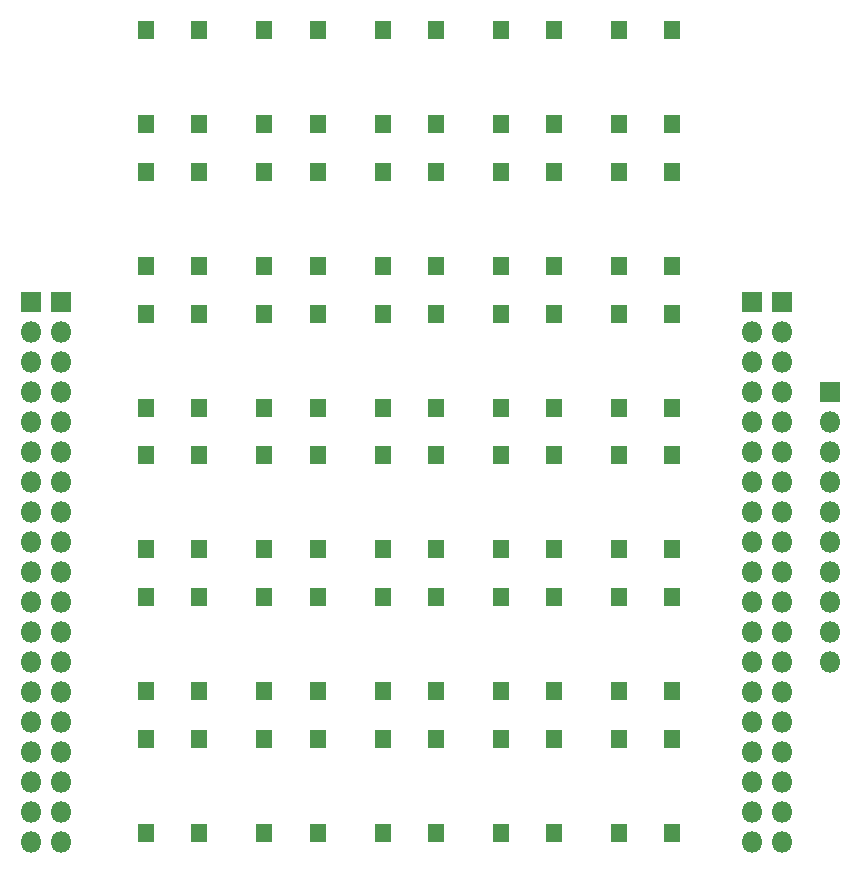
<source format=gts>
G04 #@! TF.GenerationSoftware,KiCad,Pcbnew,5.1.6-c6e7f7d~87~ubuntu18.04.1*
G04 #@! TF.CreationDate,2021-01-02T21:50:32-05:00*
G04 #@! TF.ProjectId,dicecalc,64696365-6361-46c6-932e-6b696361645f,rev?*
G04 #@! TF.SameCoordinates,Original*
G04 #@! TF.FileFunction,Soldermask,Top*
G04 #@! TF.FilePolarity,Negative*
%FSLAX46Y46*%
G04 Gerber Fmt 4.6, Leading zero omitted, Abs format (unit mm)*
G04 Created by KiCad (PCBNEW 5.1.6-c6e7f7d~87~ubuntu18.04.1) date 2021-01-02 21:50:32*
%MOMM*%
%LPD*%
G01*
G04 APERTURE LIST*
%ADD10R,1.400000X1.650000*%
%ADD11R,1.800000X1.800000*%
%ADD12O,1.800000X1.800000*%
G04 APERTURE END LIST*
D10*
X116650000Y-145075000D03*
X121150000Y-145075000D03*
X121150000Y-137125000D03*
X116650000Y-137125000D03*
D11*
X66900000Y-112100000D03*
D12*
X66900000Y-114640000D03*
X66900000Y-117180000D03*
X66900000Y-119720000D03*
X66900000Y-122260000D03*
X66900000Y-124800000D03*
X66900000Y-127340000D03*
X66900000Y-129880000D03*
X66900000Y-132420000D03*
X66900000Y-134960000D03*
X66900000Y-137500000D03*
X66900000Y-140040000D03*
X66900000Y-142580000D03*
X66900000Y-145120000D03*
X66900000Y-147660000D03*
X66900000Y-150200000D03*
X66900000Y-152740000D03*
X66900000Y-155280000D03*
X66900000Y-157820000D03*
X69440000Y-157820000D03*
X69440000Y-155280000D03*
X69440000Y-152740000D03*
X69440000Y-150200000D03*
X69440000Y-147660000D03*
X69440000Y-145120000D03*
X69440000Y-142580000D03*
X69440000Y-140040000D03*
X69440000Y-137500000D03*
X69440000Y-134960000D03*
X69440000Y-132420000D03*
X69440000Y-129880000D03*
X69440000Y-127340000D03*
X69440000Y-124800000D03*
X69440000Y-122260000D03*
X69440000Y-119720000D03*
X69440000Y-117180000D03*
X69440000Y-114640000D03*
D11*
X69440000Y-112100000D03*
X127900000Y-112100000D03*
D12*
X127900000Y-114640000D03*
X127900000Y-117180000D03*
X127900000Y-119720000D03*
X127900000Y-122260000D03*
X127900000Y-124800000D03*
X127900000Y-127340000D03*
X127900000Y-129880000D03*
X127900000Y-132420000D03*
X127900000Y-134960000D03*
X127900000Y-137500000D03*
X127900000Y-140040000D03*
X127900000Y-142580000D03*
X127900000Y-145120000D03*
X127900000Y-147660000D03*
X127900000Y-150200000D03*
X127900000Y-152740000D03*
X127900000Y-155280000D03*
X127900000Y-157820000D03*
X130440000Y-157820000D03*
X130440000Y-155280000D03*
X130440000Y-152740000D03*
X130440000Y-150200000D03*
X130440000Y-147660000D03*
X130440000Y-145120000D03*
X130440000Y-142580000D03*
X130440000Y-140040000D03*
X130440000Y-137500000D03*
X130440000Y-134960000D03*
X130440000Y-132420000D03*
X130440000Y-129880000D03*
X130440000Y-127340000D03*
X130440000Y-124800000D03*
X130440000Y-122260000D03*
X130440000Y-119720000D03*
X130440000Y-117180000D03*
X130440000Y-114640000D03*
D11*
X130440000Y-112100000D03*
D10*
X91150000Y-157075000D03*
X86650000Y-157075000D03*
X86650000Y-149125000D03*
X91150000Y-149125000D03*
X91150000Y-137125000D03*
X86650000Y-137125000D03*
X86650000Y-145075000D03*
X91150000Y-145075000D03*
X96650000Y-145075000D03*
X101150000Y-145075000D03*
X101150000Y-137125000D03*
X96650000Y-137125000D03*
X106650000Y-145075000D03*
X111150000Y-145075000D03*
X111150000Y-137125000D03*
X106650000Y-137125000D03*
X91150000Y-125125000D03*
X86650000Y-125125000D03*
X86650000Y-133075000D03*
X91150000Y-133075000D03*
X96650000Y-125125000D03*
X101150000Y-125125000D03*
X101150000Y-133075000D03*
X96650000Y-133075000D03*
X106650000Y-133075000D03*
X111150000Y-133075000D03*
X111150000Y-125125000D03*
X106650000Y-125125000D03*
X91150000Y-113125000D03*
X86650000Y-113125000D03*
X86650000Y-121075000D03*
X91150000Y-121075000D03*
X101150000Y-113125000D03*
X96650000Y-113125000D03*
X96650000Y-121075000D03*
X101150000Y-121075000D03*
X106650000Y-113125000D03*
X111150000Y-113125000D03*
X111150000Y-121075000D03*
X106650000Y-121075000D03*
X116650000Y-133075000D03*
X121150000Y-133075000D03*
X121150000Y-125125000D03*
X116650000Y-125125000D03*
X116650000Y-113125000D03*
X121150000Y-113125000D03*
X121150000Y-121075000D03*
X116650000Y-121075000D03*
X116650000Y-101125000D03*
X121150000Y-101125000D03*
X121150000Y-109075000D03*
X116650000Y-109075000D03*
X106650000Y-89125000D03*
X111150000Y-89125000D03*
X111150000Y-97075000D03*
X106650000Y-97075000D03*
X81150000Y-101125000D03*
X76650000Y-101125000D03*
X76650000Y-109075000D03*
X81150000Y-109075000D03*
X91150000Y-101125000D03*
X86650000Y-101125000D03*
X86650000Y-109075000D03*
X91150000Y-109075000D03*
X101150000Y-101125000D03*
X96650000Y-101125000D03*
X96650000Y-109075000D03*
X101150000Y-109075000D03*
X106650000Y-109075000D03*
X111150000Y-109075000D03*
X111150000Y-101125000D03*
X106650000Y-101125000D03*
X81150000Y-97075000D03*
X76650000Y-97075000D03*
X76650000Y-89125000D03*
X81150000Y-89125000D03*
X91150000Y-97075000D03*
X86650000Y-97075000D03*
X86650000Y-89125000D03*
X91150000Y-89125000D03*
X101150000Y-89125000D03*
X96650000Y-89125000D03*
X96650000Y-97075000D03*
X101150000Y-97075000D03*
X116650000Y-149125000D03*
X121150000Y-149125000D03*
X121150000Y-157075000D03*
X116650000Y-157075000D03*
X116650000Y-97075000D03*
X121150000Y-97075000D03*
X121150000Y-89125000D03*
X116650000Y-89125000D03*
X96650000Y-149125000D03*
X101150000Y-149125000D03*
X101150000Y-157075000D03*
X96650000Y-157075000D03*
X106650000Y-149125000D03*
X111150000Y-149125000D03*
X111150000Y-157075000D03*
X106650000Y-157075000D03*
X81150000Y-121075000D03*
X76650000Y-121075000D03*
X76650000Y-113125000D03*
X81150000Y-113125000D03*
X81150000Y-133075000D03*
X76650000Y-133075000D03*
X76650000Y-125125000D03*
X81150000Y-125125000D03*
X81150000Y-145075000D03*
X76650000Y-145075000D03*
X76650000Y-137125000D03*
X81150000Y-137125000D03*
X81150000Y-157075000D03*
X76650000Y-157075000D03*
X76650000Y-149125000D03*
X81150000Y-149125000D03*
D11*
X134500000Y-119720000D03*
D12*
X134500000Y-122260000D03*
X134500000Y-124800000D03*
X134500000Y-127340000D03*
X134500000Y-129880000D03*
X134500000Y-132420000D03*
X134500000Y-134960000D03*
X134500000Y-137500000D03*
X134500000Y-140040000D03*
X134500000Y-142580000D03*
M02*

</source>
